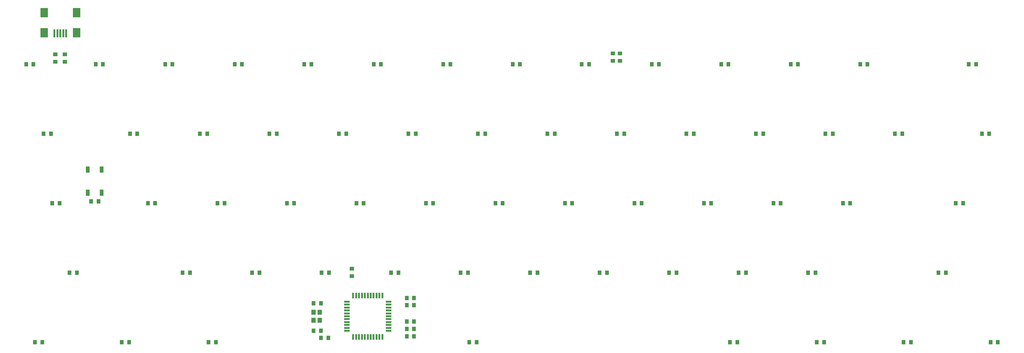
<source format=gbp>
G04 #@! TF.FileFunction,Paste,Bot*
%FSLAX46Y46*%
G04 Gerber Fmt 4.6, Leading zero omitted, Abs format (unit mm)*
G04 Created by KiCad (PCBNEW 4.0.5+dfsg1-4) date Tue Jan 23 23:06:14 2018*
%MOMM*%
%LPD*%
G01*
G04 APERTURE LIST*
%ADD10C,0.100000*%
%ADD11R,0.550000X1.500000*%
%ADD12R,1.500000X0.550000*%
%ADD13R,0.500000X2.300000*%
%ADD14R,2.000000X2.500000*%
%ADD15R,1.000000X1.700000*%
%ADD16R,1.000000X1.250000*%
%ADD17R,1.250000X1.000000*%
%ADD18R,1.200000X1.400000*%
G04 APERTURE END LIST*
D10*
D11*
X135906250Y-133096875D03*
X135106250Y-133096875D03*
X134306250Y-133096875D03*
X133506250Y-133096875D03*
X132706250Y-133096875D03*
X131906250Y-133096875D03*
X131106250Y-133096875D03*
X130306250Y-133096875D03*
X129506250Y-133096875D03*
X128706250Y-133096875D03*
X127906250Y-133096875D03*
D12*
X126206250Y-131396875D03*
X126206250Y-130596875D03*
X126206250Y-129796875D03*
X126206250Y-128996875D03*
X126206250Y-128196875D03*
X126206250Y-127396875D03*
X126206250Y-126596875D03*
X126206250Y-125796875D03*
X126206250Y-124996875D03*
X126206250Y-124196875D03*
X126206250Y-123396875D03*
D11*
X127906250Y-121696875D03*
X128706250Y-121696875D03*
X129506250Y-121696875D03*
X130306250Y-121696875D03*
X131106250Y-121696875D03*
X131906250Y-121696875D03*
X132706250Y-121696875D03*
X133506250Y-121696875D03*
X134306250Y-121696875D03*
X135106250Y-121696875D03*
X135906250Y-121696875D03*
D12*
X137606250Y-123396875D03*
X137606250Y-124196875D03*
X137606250Y-124996875D03*
X137606250Y-125796875D03*
X137606250Y-126596875D03*
X137606250Y-127396875D03*
X137606250Y-128196875D03*
X137606250Y-128996875D03*
X137606250Y-129796875D03*
X137606250Y-130596875D03*
X137606250Y-131396875D03*
D13*
X46025000Y-49800000D03*
X46825000Y-49800000D03*
X47625000Y-49800000D03*
X48425000Y-49800000D03*
X49225000Y-49800000D03*
D14*
X43175000Y-49700000D03*
X43175000Y-44200000D03*
X52075000Y-49700000D03*
X52075000Y-44200000D03*
D15*
X55175000Y-87212500D03*
X55175000Y-93512500D03*
X58975000Y-87212500D03*
X58975000Y-93512500D03*
D16*
X117075000Y-123862500D03*
X119075000Y-123862500D03*
X117075000Y-131362500D03*
X119075000Y-131362500D03*
X142575000Y-124362500D03*
X144575000Y-124362500D03*
X142575000Y-128862500D03*
X144575000Y-128862500D03*
D17*
X127575000Y-116362500D03*
X127575000Y-114362500D03*
D16*
X121075000Y-133362500D03*
X119075000Y-133362500D03*
X142575000Y-130862500D03*
X144575000Y-130862500D03*
X142575000Y-132862500D03*
X144575000Y-132862500D03*
D17*
X201075000Y-55362500D03*
X201075000Y-57362500D03*
D18*
X117021875Y-128496875D03*
X117021875Y-126296875D03*
X118721875Y-126296875D03*
X118721875Y-128496875D03*
D17*
X48869600Y-55631840D03*
X48869600Y-57631840D03*
X46296580Y-57631840D03*
X46296580Y-55631840D03*
D16*
X56075000Y-95862500D03*
X58075000Y-95862500D03*
X142575000Y-122362500D03*
X144575000Y-122362500D03*
D17*
X199075000Y-57362500D03*
X199075000Y-55362500D03*
D16*
X40290625Y-58340625D03*
X38290625Y-58340625D03*
X230790625Y-58340625D03*
X228790625Y-58340625D03*
X249840625Y-58340625D03*
X247840625Y-58340625D03*
X268890625Y-58340625D03*
X266890625Y-58340625D03*
X298656250Y-58340625D03*
X296656250Y-58340625D03*
X59340625Y-58340625D03*
X57340625Y-58340625D03*
X240315625Y-77390625D03*
X238315625Y-77390625D03*
X259365625Y-77390625D03*
X257365625Y-77390625D03*
X278415625Y-77390625D03*
X276415625Y-77390625D03*
X302228125Y-77390625D03*
X300228125Y-77390625D03*
X78390625Y-58340625D03*
X76390625Y-58340625D03*
X245078125Y-96440625D03*
X243078125Y-96440625D03*
X264128125Y-96440625D03*
X262128125Y-96440625D03*
X295084375Y-96440625D03*
X293084375Y-96440625D03*
X97440625Y-58340625D03*
X95440625Y-58340625D03*
X254603125Y-115490625D03*
X252603125Y-115490625D03*
X290321875Y-115490625D03*
X288321875Y-115490625D03*
X116490625Y-58340625D03*
X114490625Y-58340625D03*
X280796875Y-134540625D03*
X278796875Y-134540625D03*
X304609375Y-134540625D03*
X302609375Y-134540625D03*
X135540625Y-58340625D03*
X133540625Y-58340625D03*
X154590625Y-58340625D03*
X152590625Y-58340625D03*
X173640625Y-58340625D03*
X171640625Y-58340625D03*
X192575000Y-58340625D03*
X190575000Y-58340625D03*
X211740625Y-58340625D03*
X209740625Y-58340625D03*
X45053125Y-77390625D03*
X43053125Y-77390625D03*
X68725000Y-77390625D03*
X66725000Y-77390625D03*
X87915625Y-77390625D03*
X85915625Y-77390625D03*
X106965625Y-77390625D03*
X104965625Y-77390625D03*
X126015625Y-77390625D03*
X124015625Y-77390625D03*
X145065625Y-77390625D03*
X143065625Y-77390625D03*
X164115625Y-77390625D03*
X162115625Y-77390625D03*
X183165625Y-77390625D03*
X181165625Y-77390625D03*
X202215625Y-77390625D03*
X200215625Y-77390625D03*
X221265625Y-77390625D03*
X219265625Y-77390625D03*
X47434375Y-96440625D03*
X45434375Y-96440625D03*
X73628125Y-96440625D03*
X71628125Y-96440625D03*
X92678125Y-96440625D03*
X90678125Y-96440625D03*
X111728125Y-96440625D03*
X109728125Y-96440625D03*
X130778125Y-96440625D03*
X128778125Y-96440625D03*
X149828125Y-96440625D03*
X147828125Y-96440625D03*
X168878125Y-96440625D03*
X166878125Y-96440625D03*
X187928125Y-96440625D03*
X185928125Y-96440625D03*
X206978125Y-96440625D03*
X204978125Y-96440625D03*
X226028125Y-96440625D03*
X224028125Y-96440625D03*
X52196875Y-115490625D03*
X50196875Y-115490625D03*
X83153125Y-115490625D03*
X81153125Y-115490625D03*
X102203125Y-115490625D03*
X100203125Y-115490625D03*
X121253125Y-115490625D03*
X119253125Y-115490625D03*
X140303125Y-115490625D03*
X138303125Y-115490625D03*
X159353125Y-115490625D03*
X157353125Y-115490625D03*
X178403125Y-115490625D03*
X176403125Y-115490625D03*
X197453125Y-115490625D03*
X195453125Y-115490625D03*
X216503125Y-115490625D03*
X214503125Y-115490625D03*
X235553125Y-115490625D03*
X233553125Y-115490625D03*
X42671875Y-134540625D03*
X40671875Y-134540625D03*
X66484375Y-134540625D03*
X64484375Y-134540625D03*
X90296875Y-134540625D03*
X88296875Y-134540625D03*
X161734375Y-134540625D03*
X159734375Y-134540625D03*
X233171875Y-134540625D03*
X231171875Y-134540625D03*
X256984375Y-134540625D03*
X254984375Y-134540625D03*
M02*

</source>
